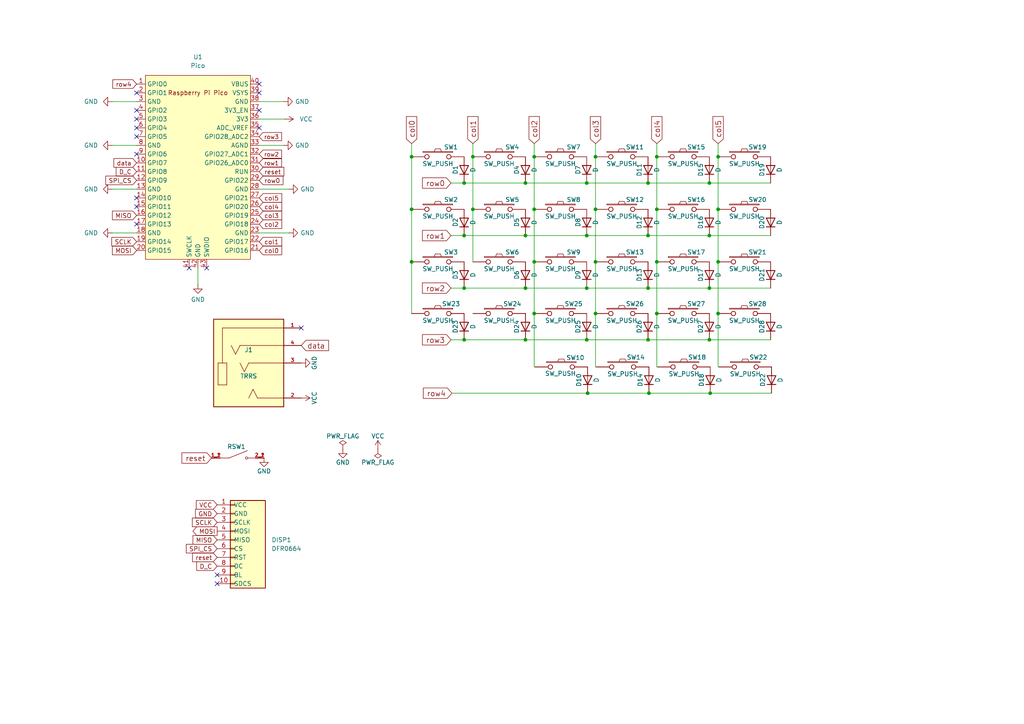
<source format=kicad_sch>
(kicad_sch (version 20250114) (generator "eeschema") (generator_version "9.0")
  (paper "A4")
  (title_block (title "Sandevistan43") (date "2025-06-10") (rev "0.2") (company "islathehut") (comment 1 "Left Side"))
  (lib_symbols
    (symbol "Device:D" (pin_numbers (hide yes)) (pin_names (offset 1.016) (hide yes))
      (property "Reference" "D" (at 0 2.54 0))
      (property "Value" "D" (at 0 -2.54 0))
      (symbol "D_0_1"
        (polyline (pts (xy -1.27 1.27) (xy -1.27 -1.27)) (stroke (width 0.254)))
        (polyline (pts (xy 1.27 1.27) (xy 1.27 -1.27) (xy -1.27 0) (xy 1.27 1.27)) (stroke (width 0.254)))
        (polyline (pts (xy 1.27 0) (xy -1.27 0)))
      )
      (symbol "D_1_1"
        (pin passive line (at -3.81 0 0) (length 2.54) (name "K") (number "1"))
        (pin passive line (at 3.81 0 180) (length 2.54) (name "A") (number "2"))
      )
    )
    (symbol "EVQ-P7C01P:EVQ-P7C01P" (pin_names (offset 1.016))
      (property "Reference" "S" (at -2.54 2.54 0))
      (property "Value" "EVQ-P7C01P" (at -2.54 -2.54 0))
      (symbol "EVQ-P7C01P_0_0"
        (polyline (pts (xy -2.54 0) (xy -5.08 0)) (stroke (width 0.1524)))
        (polyline (pts (xy -2.54 0) (xy 2.794 2.1336)) (stroke (width 0.1524)))
        (circle (center 2.54 0) (radius 0.3302) (stroke (width 0.1524)))
        (polyline (pts (xy 5.08 0) (xy 2.921 0)) (stroke (width 0.1524)))
        (pin passive line (at -7.62 0 0) (length 2.54) (name "~") (number "1_1"))
        (pin passive line (at -7.62 0 0) (length 2.54) (name "~") (number "1_2"))
        (pin passive line (at 7.62 0 180) (length 2.54) (name "~") (number "2_1"))
        (pin passive line (at 7.62 0 180) (length 2.54) (name "~") (number "2_2"))
      )
    )
    (symbol "GND_1" (power) (pin_numbers (hide yes)) (pin_names (offset 0) (hide yes))
      (property "Value" "GND" (at 0 -3.81 0))
      (symbol "GND_1_0_1"
        (polyline (pts (xy 0 0) (xy 0 -1.27) (xy 1.27 -1.27) (xy 0 -2.54) (xy -1.27 -1.27) (xy 0 -1.27)))
      )
      (symbol "GND_1_1_1"
        (pin power_in line (at 0 0 270) (length 0) (name "~") (number "1"))
      )
    )
    (symbol "MCU_RaspberryPi_and_Boards:Pico"
      (property "Reference" "U" (at -13.97 27.94 0))
      (property "Value" "Pico" (at 0 19.05 0))
      (symbol "Pico_0_0"
        (text "Raspberry Pi Pico" (at 0 21.59 0) (effects (font (size 1.27 1.27))))
      )
      (symbol "Pico_0_1"
        (rectangle (start -15.24 26.67) (end 15.24 -26.67) (fill (type background)))
      )
      (symbol "Pico_1_1"
        (pin bidirectional line (at -17.78 24.13 0) (length 2.54) (name "GPIO0") (number "1"))
        (pin bidirectional line (at -17.78 21.59 0) (length 2.54) (name "GPIO1") (number "2"))
        (pin power_in line (at -17.78 19.05 0) (length 2.54) (name "GND") (number "3"))
        (pin bidirectional line (at -17.78 16.51 0) (length 2.54) (name "GPIO2") (number "4"))
        (pin bidirectional line (at -17.78 13.97 0) (length 2.54) (name "GPIO3") (number "5"))
        (pin bidirectional line (at -17.78 11.43 0) (length 2.54) (name "GPIO4") (number "6"))
        (pin bidirectional line (at -17.78 8.89 0) (length 2.54) (name "GPIO5") (number "7"))
        (pin power_in line (at -17.78 6.35 0) (length 2.54) (name "GND") (number "8"))
        (pin bidirectional line (at -17.78 3.81 0) (length 2.54) (name "GPIO6") (number "9"))
        (pin bidirectional line (at -17.78 1.27 0) (length 2.54) (name "GPIO7") (number "10"))
        (pin bidirectional line (at -17.78 -1.27 0) (length 2.54) (name "GPIO8") (number "11"))
        (pin bidirectional line (at -17.78 -3.81 0) (length 2.54) (name "GPIO9") (number "12"))
        (pin power_in line (at -17.78 -6.35 0) (length 2.54) (name "GND") (number "13"))
        (pin bidirectional line (at -17.78 -8.89 0) (length 2.54) (name "GPIO10") (number "14"))
        (pin bidirectional line (at -17.78 -11.43 0) (length 2.54) (name "GPIO11") (number "15"))
        (pin bidirectional line (at -17.78 -13.97 0) (length 2.54) (name "GPIO12") (number "16"))
        (pin bidirectional line (at -17.78 -16.51 0) (length 2.54) (name "GPIO13") (number "17"))
        (pin power_in line (at -17.78 -19.05 0) (length 2.54) (name "GND") (number "18"))
        (pin bidirectional line (at -17.78 -21.59 0) (length 2.54) (name "GPIO14") (number "19"))
        (pin bidirectional line (at -17.78 -24.13 0) (length 2.54) (name "GPIO15") (number "20"))
        (pin input line (at -2.54 -29.21 90) (length 2.54) (name "SWCLK") (number "41"))
        (pin power_in line (at 0 -29.21 90) (length 2.54) (name "GND") (number "42"))
        (pin bidirectional line (at 2.54 -29.21 90) (length 2.54) (name "SWDIO") (number "43"))
        (pin power_in line (at 17.78 24.13 180) (length 2.54) (name "VBUS") (number "40"))
        (pin power_in line (at 17.78 21.59 180) (length 2.54) (name "VSYS") (number "39"))
        (pin bidirectional line (at 17.78 19.05 180) (length 2.54) (name "GND") (number "38"))
        (pin input line (at 17.78 16.51 180) (length 2.54) (name "3V3_EN") (number "37"))
        (pin power_in line (at 17.78 13.97 180) (length 2.54) (name "3V3") (number "36"))
        (pin power_in line (at 17.78 11.43 180) (length 2.54) (name "ADC_VREF") (number "35"))
        (pin bidirectional line (at 17.78 8.89 180) (length 2.54) (name "GPIO28_ADC2") (number "34"))
        (pin power_in line (at 17.78 6.35 180) (length 2.54) (name "AGND") (number "33"))
        (pin bidirectional line (at 17.78 3.81 180) (length 2.54) (name "GPIO27_ADC1") (number "32"))
        (pin bidirectional line (at 17.78 1.27 180) (length 2.54) (name "GPIO26_ADC0") (number "31"))
        (pin input line (at 17.78 -1.27 180) (length 2.54) (name "RUN") (number "30"))
        (pin bidirectional line (at 17.78 -3.81 180) (length 2.54) (name "GPIO22") (number "29"))
        (pin power_in line (at 17.78 -6.35 180) (length 2.54) (name "GND") (number "28"))
        (pin bidirectional line (at 17.78 -8.89 180) (length 2.54) (name "GPIO21") (number "27"))
        (pin bidirectional line (at 17.78 -11.43 180) (length 2.54) (name "GPIO20") (number "26"))
        (pin bidirectional line (at 17.78 -13.97 180) (length 2.54) (name "GPIO19") (number "25"))
        (pin bidirectional line (at 17.78 -16.51 180) (length 2.54) (name "GPIO18") (number "24"))
        (pin power_in line (at 17.78 -19.05 180) (length 2.54) (name "GND") (number "23"))
        (pin bidirectional line (at 17.78 -21.59 180) (length 2.54) (name "GPIO17") (number "22"))
        (pin bidirectional line (at 17.78 -24.13 180) (length 2.54) (name "GPIO16") (number "21"))
      )
    )
    (symbol "SJ2-35954A-SMT-TR:SJ2-35954A-SMT-TR" (pin_names (offset 1.016))
      (property "Reference" "J" (at -10.1741 15.2612 0))
      (property "Value" "SJ2-35954A-SMT-TR" (at -10.1738 -17.8041 0))
      (symbol "SJ2-35954A-SMT-TR_0_0"
        (rectangle (start -10.16 -12.7) (end 10.16 12.7) (stroke (width 0.254)) (fill (type background)))
        (polyline (pts (xy -8.89 0) (xy -7.62 0)) (stroke (width 0.1524)))
        (polyline (pts (xy -8.89 -6.35) (xy -8.89 0)) (stroke (width 0.1524)))
        (polyline (pts (xy -7.62 10.16) (xy -7.62 0)) (stroke (width 0.1524)))
        (polyline (pts (xy -7.62 0) (xy -6.35 0)) (stroke (width 0.1524)))
        (polyline (pts (xy -6.35 0) (xy -6.35 -6.35)) (stroke (width 0.1524)))
        (polyline (pts (xy -6.35 -6.35) (xy -8.89 -6.35)) (stroke (width 0.1524)))
        (polyline (pts (xy -3.81 2.54) (xy -5.08 5.08)) (stroke (width 0.1524)))
        (polyline (pts (xy -2.54 5.08) (xy -3.81 2.54)) (stroke (width 0.1524)))
        (polyline (pts (xy -1.27 -2.54) (xy -2.54 0)) (stroke (width 0.1524)))
        (polyline (pts (xy 0 0) (xy -1.27 -2.54)) (stroke (width 0.1524)))
        (polyline (pts (xy 1.27 -7.62) (xy 0 -10.16)) (stroke (width 0.1524)))
        (polyline (pts (xy 2.54 -10.16) (xy 1.27 -7.62)) (stroke (width 0.1524)))
        (polyline (pts (xy 10.16 10.16) (xy -7.62 10.16)) (stroke (width 0.1524)))
        (polyline (pts (xy 10.16 5.08) (xy -2.54 5.08)) (stroke (width 0.1524)))
        (polyline (pts (xy 10.16 0) (xy 0 0)) (stroke (width 0.1524)))
        (polyline (pts (xy 10.16 -10.16) (xy 2.54 -10.16)) (stroke (width 0.1524)))
        (pin passive line (at 15.24 10.16 180) (length 5.08) (name "~") (number "1"))
        (pin passive line (at 15.24 5.08 180) (length 5.08) (name "~") (number "4"))
        (pin passive line (at 15.24 0 180) (length 5.08) (name "~") (number "3"))
        (pin passive line (at 15.24 -10.16 180) (length 5.08) (name "~") (number "2"))
      )
    )
    (symbol "SW_PUSH_1" (pin_numbers (hide yes)) (pin_names (offset 1.016) (hide yes))
      (property "Reference" "SW" (at 3.81 2.794 0))
      (property "Value" "SW_PUSH" (at 0 -2.032 0))
      (symbol "SW_PUSH_1_0_1"
        (rectangle (start -4.318 1.27) (end 4.318 1.524))
        (polyline (pts (xy -1.016 1.524) (xy -0.762 2.286) (xy 0.762 2.286) (xy 1.016 1.524)))
        (pin passive inverted (at -7.62 0 0) (length 5.08) (name "1") (number "1"))
        (pin passive inverted (at 7.62 0 180) (length 5.08) (name "2") (number "2"))
      )
    )
    (symbol "VCC_1" (power) (pin_numbers (hide yes)) (pin_names (offset 0) (hide yes))
      (property "Value" "VCC" (at 0 3.556 0))
      (symbol "VCC_1_0_1"
        (polyline (pts (xy -0.762 1.27) (xy 0 2.54)))
        (polyline (pts (xy 0 2.54) (xy 0.762 1.27)))
        (polyline (pts (xy 0 0) (xy 0 2.54)))
      )
      (symbol "VCC_1_1_1"
        (pin power_in line (at 0 0 90) (length 0) (name "~") (number "1"))
      )
    )
    (symbol "isla-kbd:DFR0664" (pin_names (offset 1.016))
      (property "Reference" "DISP" (at 0 12.7 0))
      (property "Value" "DFR0664" (at 0 -15.24 0))
      (symbol "DFR0664_1_1"
        (rectangle (start -1.27 11.43) (end 8.89 -13.97) (stroke (width 0.254)) (fill (type background)))
        (rectangle (start -1.27 10.287) (end 0 10.033) (stroke (width 0.1524)))
        (rectangle (start -1.27 7.747) (end 0 7.493) (stroke (width 0.1524)))
        (rectangle (start -1.27 5.207) (end 0 4.953) (stroke (width 0.1524)))
        (rectangle (start -1.27 2.667) (end 0 2.413) (stroke (width 0.1524)))
        (rectangle (start -1.27 0.127) (end 0 -0.127) (stroke (width 0.1524)))
        (rectangle (start -1.27 -2.413) (end 0 -2.667) (stroke (width 0.1524)))
        (rectangle (start -1.27 -4.953) (end 0 -5.207) (stroke (width 0.1524)))
        (rectangle (start -1.27 -7.493) (end 0 -7.747) (stroke (width 0.1524)))
        (rectangle (start -1.27 -10.033) (end 0 -10.287) (stroke (width 0.1524)))
        (rectangle (start -1.27 -12.573) (end 0 -12.827) (stroke (width 0.1524)))
        (pin power_in line (at -5.08 10.16 0) (length 3.81) (name "VCC") (number "1"))
        (pin power_out line (at -5.08 7.62 0) (length 3.81) (name "GND") (number "2"))
        (pin input line (at -5.08 5.08 0) (length 3.81) (name "SCLK") (number "3"))
        (pin output line (at -5.08 2.54 0) (length 3.81) (name "MOSI") (number "4"))
        (pin input line (at -5.08 0 0) (length 3.81) (name "MISO") (number "5"))
        (pin input line (at -5.08 -2.54 0) (length 3.81) (name "CS") (number "6"))
        (pin input line (at -5.08 -5.08 0) (length 3.81) (name "RST") (number "7"))
        (pin input line (at -5.08 -7.62 0) (length 3.81) (name "DC") (number "8"))
        (pin input line (at -5.08 -10.16 0) (length 3.81) (name "BL") (number "9"))
        (pin input line (at -5.08 -12.7 0) (length 3.81) (name "SDCS") (number "10"))
      )
    )
    (symbol "kbd:SW_PUSH" (pin_numbers (hide yes)) (pin_names (offset 1.016) (hide yes))
      (property "Reference" "SW" (at 3.81 2.794 0))
      (property "Value" "SW_PUSH" (at 0 -2.032 0))
      (symbol "SW_PUSH_0_1"
        (rectangle (start -4.318 1.27) (end 4.318 1.524))
        (polyline (pts (xy -1.016 1.524) (xy -0.762 2.286) (xy 0.762 2.286) (xy 1.016 1.524)))
        (pin passive inverted (at -7.62 0 0) (length 5.08) (name "1") (number "1"))
        (pin passive inverted (at 7.62 0 180) (length 5.08) (name "2") (number "2"))
      )
    )
    (symbol "power:GND" (power) (pin_names (offset 0))
      (property "Value" "GND" (at 0 -3.81 0))
      (symbol "GND_0_1"
        (polyline (pts (xy 0 0) (xy 0 -1.27) (xy 1.27 -1.27) (xy 0 -2.54) (xy -1.27 -1.27) (xy 0 -1.27)))
      )
      (symbol "GND_1_1"
        (pin power_in line (at 0 0 270) (length 0) (hide yes) (name "GND") (number "1"))
      )
    )
    (symbol "power:PWR_FLAG" (power) (pin_numbers (hide yes)) (pin_names (offset 0) (hide yes))
      (property "Value" "PWR_FLAG" (at 0 3.81 0))
      (symbol "PWR_FLAG_0_0"
        (pin power_out line (at 0 0 90) (length 0) (name "pwr") (number "1"))
      )
      (symbol "PWR_FLAG_0_1"
        (polyline (pts (xy 0 0) (xy 0 1.27) (xy -1.016 1.905) (xy 0 2.54) (xy 1.016 1.905) (xy 0 1.27)))
      )
    )
    (symbol "power:VCC" (power) (pin_names (offset 0))
      (property "Value" "VCC" (at 0 3.81 0))
      (symbol "VCC_0_1"
        (polyline (pts (xy -0.762 1.27) (xy 0 2.54)))
        (polyline (pts (xy 0 2.54) (xy 0.762 1.27)))
        (polyline (pts (xy 0 0) (xy 0 2.54)))
      )
      (symbol "VCC_1_1"
        (pin power_in line (at 0 0 90) (length 0) (hide yes) (name "VCC") (number "1"))
      )
    )
  )
  (junction (at 170.18 53.086))
  (junction (at 154.94 60.706))
  (junction (at 187.96 83.566))
  (junction (at 190.5 75.946))
  (junction (at 208.28 90.932))
  (junction (at 190.5 90.932))
  (junction (at 205.74 68.326))
  (junction (at 205.74 53.086))
  (junction (at 154.94 90.932))
  (junction (at 154.94 75.946))
  (junction (at 172.72 90.932))
  (junction (at 170.18 83.566))
  (junction (at 205.74 83.566))
  (junction (at 170.18 98.552))
  (junction (at 137.16 60.706))
  (junction (at 187.96 53.086))
  (junction (at 208.28 45.466))
  (junction (at 134.62 83.566))
  (junction (at 188.214 114.046))
  (junction (at 187.96 68.326))
  (junction (at 172.72 60.706))
  (junction (at 172.72 45.466))
  (junction (at 134.62 68.326))
  (junction (at 134.62 98.552))
  (junction (at 134.62 53.086))
  (junction (at 172.72 75.946))
  (junction (at 190.5 45.466))
  (junction (at 208.28 60.706))
  (junction (at 137.16 45.466))
  (junction (at 152.4 98.552))
  (junction (at 154.94 45.466))
  (junction (at 119.38 60.706))
  (junction (at 205.74 98.552))
  (junction (at 205.994 114.046))
  (junction (at 152.4 68.326))
  (junction (at 119.38 45.466))
  (junction (at 170.434 114.046))
  (junction (at 119.38 75.946))
  (junction (at 170.18 68.326))
  (junction (at 187.96 98.552))
  (junction (at 190.5 60.706))
  (junction (at 152.4 83.566))
  (junction (at 208.28 75.946))
  (junction (at 152.4 53.086))
  (no_connect (at 62.992 169.291))
  (no_connect (at 87.376 95.123))
  (no_connect (at 39.624 37.084))
  (no_connect (at 39.624 65.024))
  (no_connect (at 75.184 24.384))
  (no_connect (at 75.184 32.004))
  (no_connect (at 75.184 37.084))
  (no_connect (at 39.624 34.544))
  (no_connect (at 54.864 77.724))
  (no_connect (at 39.624 44.704))
  (no_connect (at 75.184 26.924))
  (no_connect (at 62.992 166.751))
  (no_connect (at 59.944 77.724))
  (no_connect (at 39.624 39.624))
  (no_connect (at 39.624 32.004))
  (no_connect (at 39.624 57.404))
  (no_connect (at 39.624 59.944))
  (no_connect (at 39.624 26.924))
  (wire (pts (xy 119.38 41.656) (xy 119.38 45.466)))
  (wire (pts (xy 134.62 53.086) (xy 152.4 53.086)))
  (wire (pts (xy 205.74 68.326) (xy 223.52 68.326)))
  (wire (pts (xy 119.38 45.466) (xy 119.38 60.706)))
  (wire (pts (xy 190.5 45.466) (xy 190.5 60.706)))
  (wire (pts (xy 205.994 114.046) (xy 223.774 114.046)))
  (wire (pts (xy 170.434 114.046) (xy 188.214 114.046)))
  (wire (pts (xy 152.4 83.566) (xy 170.18 83.566)))
  (wire (pts (xy 134.62 83.566) (xy 152.4 83.566)))
  (wire (pts (xy 190.5 90.932) (xy 190.5 75.946)))
  (wire (pts (xy 190.5 106.426) (xy 190.754 106.426)))
  (wire (pts (xy 172.72 90.932) (xy 172.72 106.426)))
  (wire (pts (xy 154.94 45.466) (xy 154.94 60.706)))
  (wire (pts (xy 130.81 53.086) (xy 134.62 53.086)))
  (wire (pts (xy 205.74 83.566) (xy 223.52 83.566)))
  (wire (pts (xy 172.72 106.426) (xy 172.974 106.426)))
  (wire (pts (xy 152.4 68.326) (xy 170.18 68.326)))
  (wire (pts (xy 208.28 106.426) (xy 208.534 106.426)))
  (wire (pts (xy 208.28 60.706) (xy 208.28 75.946)))
  (wire (pts (xy 32.512 54.864) (xy 39.624 54.864)))
  (wire (pts (xy 172.72 41.656) (xy 172.72 45.466)))
  (wire (pts (xy 82.55 34.544) (xy 75.184 34.544)))
  (wire (pts (xy 119.38 75.946) (xy 119.38 90.932)))
  (wire (pts (xy 57.404 82.55) (xy 57.404 77.724)))
  (wire (pts (xy 137.16 60.706) (xy 137.16 75.946)))
  (wire (pts (xy 134.62 98.552) (xy 152.4 98.552)))
  (wire (pts (xy 152.4 53.086) (xy 170.18 53.086)))
  (wire (pts (xy 187.96 53.086) (xy 205.74 53.086)))
  (wire (pts (xy 32.512 29.464) (xy 39.624 29.464)))
  (wire (pts (xy 32.512 67.564) (xy 39.624 67.564)))
  (wire (pts (xy 154.94 106.426) (xy 155.194 106.426)))
  (wire (pts (xy 131.064 114.046) (xy 170.434 114.046)))
  (wire (pts (xy 188.214 114.046) (xy 205.994 114.046)))
  (wire (pts (xy 170.18 98.552) (xy 187.96 98.552)))
  (wire (pts (xy 172.72 90.932) (xy 172.72 75.946)))
  (wire (pts (xy 152.4 98.552) (xy 170.18 98.552)))
  (wire (pts (xy 83.82 54.864) (xy 75.184 54.864)))
  (wire (pts (xy 82.296 42.164) (xy 75.184 42.164)))
  (wire (pts (xy 205.74 53.086) (xy 223.52 53.086)))
  (wire (pts (xy 172.72 45.466) (xy 172.72 60.706)))
  (wire (pts (xy 134.62 68.326) (xy 152.4 68.326)))
  (wire (pts (xy 154.94 60.706) (xy 154.94 75.946)))
  (wire (pts (xy 137.16 45.466) (xy 137.16 60.706)))
  (wire (pts (xy 83.82 67.564) (xy 75.184 67.564)))
  (wire (pts (xy 32.512 42.164) (xy 39.624 42.164)))
  (wire (pts (xy 137.16 41.656) (xy 137.16 45.466)))
  (wire (pts (xy 119.38 60.706) (xy 119.38 75.946)))
  (wire (pts (xy 170.18 53.086) (xy 187.96 53.086)))
  (wire (pts (xy 208.28 90.932) (xy 208.28 75.946)))
  (wire (pts (xy 190.5 90.932) (xy 190.5 106.426)))
  (wire (pts (xy 130.81 98.552) (xy 134.62 98.552)))
  (wire (pts (xy 154.94 90.932) (xy 154.94 75.946)))
  (wire (pts (xy 172.72 60.706) (xy 172.72 75.946)))
  (wire (pts (xy 190.5 41.656) (xy 190.5 45.466)))
  (wire (pts (xy 130.81 83.566) (xy 134.62 83.566)))
  (wire (pts (xy 187.96 98.552) (xy 205.74 98.552)))
  (wire (pts (xy 187.96 83.566) (xy 205.74 83.566)))
  (wire (pts (xy 170.18 83.566) (xy 187.96 83.566)))
  (wire (pts (xy 130.81 68.326) (xy 134.62 68.326)))
  (wire (pts (xy 82.296 29.464) (xy 75.184 29.464)))
  (wire (pts (xy 154.94 41.656) (xy 154.94 45.466)))
  (wire (pts (xy 208.28 45.466) (xy 208.28 60.706)))
  (wire (pts (xy 190.5 60.706) (xy 190.5 75.946)))
  (wire (pts (xy 154.94 90.932) (xy 154.94 106.426)))
  (wire (pts (xy 170.18 68.326) (xy 187.96 68.326)))
  (wire (pts (xy 205.74 98.552) (xy 223.52 98.552)))
  (wire (pts (xy 187.96 68.326) (xy 205.74 68.326)))
  (wire (pts (xy 208.28 90.932) (xy 208.28 106.426)))
  (wire (pts (xy 208.28 41.656) (xy 208.28 45.466)))
  (global_label "col0" (shape input) (at 119.38 41.656 90) (effects (font (size 1.524 1.524))) (property "Intersheetrefs" "${INTERSHEET_REFS}" (effects (hide yes))))
  (global_label "SPI_CS" (shape input) (at 62.992 159.131 180) (property "Intersheetrefs" "${INTERSHEET_REFS}" (effects (hide yes))))
  (global_label "row3" (shape input) (at 75.184 39.624 0) (effects (font (size 1.1938 1.1938))) (property "Intersheetrefs" "${INTERSHEET_REFS}" (effects (hide yes))))
  (global_label "reset" (shape input) (at 61.341 132.842 180) (effects (font (size 1.524 1.524))) (property "Intersheetrefs" "${INTERSHEET_REFS}" (effects (hide yes))))
  (global_label "col1" (shape input) (at 137.16 41.656 90) (effects (font (size 1.524 1.524))) (property "Intersheetrefs" "${INTERSHEET_REFS}" (effects (hide yes))))
  (global_label "row0" (shape input) (at 130.81 53.086 180) (effects (font (size 1.524 1.524))) (property "Intersheetrefs" "${INTERSHEET_REFS}" (effects (hide yes))))
  (global_label "row3" (shape input) (at 130.81 98.552 180) (effects (font (size 1.524 1.524))) (property "Intersheetrefs" "${INTERSHEET_REFS}" (effects (hide yes))))
  (global_label "data" (shape input) (at 39.624 47.244 180) (property "Intersheetrefs" "${INTERSHEET_REFS}" (effects (hide yes))))
  (global_label "row1" (shape input) (at 75.184 47.244 0) (effects (font (size 1.1938 1.1938))) (property "Intersheetrefs" "${INTERSHEET_REFS}" (effects (hide yes))))
  (global_label "col0" (shape input) (at 75.184 72.644 0) (property "Intersheetrefs" "${INTERSHEET_REFS}" (effects (hide yes))))
  (global_label "col5" (shape input) (at 75.184 57.404 0) (property "Intersheetrefs" "${INTERSHEET_REFS}" (effects (hide yes))))
  (global_label "row2" (shape input) (at 130.81 83.566 180) (effects (font (size 1.524 1.524))) (property "Intersheetrefs" "${INTERSHEET_REFS}" (effects (hide yes))))
  (global_label "col4" (shape input) (at 75.184 59.944 0) (property "Intersheetrefs" "${INTERSHEET_REFS}" (effects (hide yes))))
  (global_label "VCC" (shape input) (at 62.992 146.431 180) (property "Intersheetrefs" "${INTERSHEET_REFS}" (effects (hide yes))))
  (global_label "reset" (shape input) (at 62.992 161.671 180) (property "Intersheetrefs" "${INTERSHEET_REFS}" (effects (hide yes))))
  (global_label "MISO" (shape input) (at 62.992 156.591 180) (property "Intersheetrefs" "${INTERSHEET_REFS}" (effects (hide yes))))
  (global_label "MISO" (shape input) (at 39.624 62.484 180) (property "Intersheetrefs" "${INTERSHEET_REFS}" (effects (hide yes))))
  (global_label "row4" (shape input) (at 39.624 24.384 180) (property "Intersheetrefs" "${INTERSHEET_REFS}" (effects (hide yes))))
  (global_label "row1" (shape input) (at 130.81 68.326 180) (effects (font (size 1.524 1.524))) (property "Intersheetrefs" "${INTERSHEET_REFS}" (effects (hide yes))))
  (global_label "col2" (shape input) (at 154.94 41.656 90) (effects (font (size 1.524 1.524))) (property "Intersheetrefs" "${INTERSHEET_REFS}" (effects (hide yes))))
  (global_label "col5" (shape input) (at 208.28 41.656 90) (effects (font (size 1.524 1.524))) (property "Intersheetrefs" "${INTERSHEET_REFS}" (effects (hide yes))))
  (global_label "SCLK" (shape input) (at 39.624 70.104 180) (property "Intersheetrefs" "${INTERSHEET_REFS}" (effects (hide yes))))
  (global_label "D_C" (shape input) (at 62.992 164.211 180) (property "Intersheetrefs" "${INTERSHEET_REFS}" (effects (hide yes))))
  (global_label "row4" (shape input) (at 131.064 114.046 180) (effects (font (size 1.524 1.524))) (property "Intersheetrefs" "${INTERSHEET_REFS}" (effects (hide yes))))
  (global_label "col4" (shape input) (at 190.5 41.656 90) (effects (font (size 1.524 1.524))) (property "Intersheetrefs" "${INTERSHEET_REFS}" (effects (hide yes))))
  (global_label "GND" (shape input) (at 62.992 148.971 180) (property "Intersheetrefs" "${INTERSHEET_REFS}" (effects (hide yes))))
  (global_label "D_C" (shape input) (at 39.624 49.784 180) (property "Intersheetrefs" "${INTERSHEET_REFS}" (effects (hide yes))))
  (global_label "col2" (shape input) (at 75.184 65.024 0) (property "Intersheetrefs" "${INTERSHEET_REFS}" (effects (hide yes))))
  (global_label "row0" (shape input) (at 75.184 52.324 0) (property "Intersheetrefs" "${INTERSHEET_REFS}" (effects (hide yes))))
  (global_label "col1" (shape input) (at 75.184 70.104 0) (property "Intersheetrefs" "${INTERSHEET_REFS}" (effects (hide yes))))
  (global_label "reset" (shape input) (at 75.184 49.784 0) (property "Intersheetrefs" "${INTERSHEET_REFS}" (effects (hide yes))))
  (global_label "MOSI" (shape input) (at 39.624 72.644 180) (property "Intersheetrefs" "${INTERSHEET_REFS}" (effects (hide yes))))
  (global_label "row2" (shape input) (at 75.184 44.704 0) (effects (font (size 1.1938 1.1938))) (property "Intersheetrefs" "${INTERSHEET_REFS}" (effects (hide yes))))
  (global_label "col3" (shape input) (at 75.184 62.484 0) (property "Intersheetrefs" "${INTERSHEET_REFS}" (effects (hide yes))))
  (global_label "SPI_CS" (shape input) (at 39.624 52.324 180) (property "Intersheetrefs" "${INTERSHEET_REFS}" (effects (hide yes))))
  (global_label "col3" (shape input) (at 172.72 41.656 90) (effects (font (size 1.524 1.524))) (property "Intersheetrefs" "${INTERSHEET_REFS}" (effects (hide yes))))
  (global_label "SCLK" (shape input) (at 62.992 151.511 180) (property "Intersheetrefs" "${INTERSHEET_REFS}" (effects (hide yes))))
  (global_label "data" (shape input) (at 87.376 100.203 0) (effects (font (size 1.524 1.524))) (property "Intersheetrefs" "${INTERSHEET_REFS}" (effects (hide yes))))
  (global_label "MOSI" (shape output) (at 62.992 154.051 180) (property "Intersheetrefs" "${INTERSHEET_REFS}" (effects (hide yes))))
  (symbol (lib_id "kbd:SW_PUSH") (at 144.78 45.466 0) (unit 1)
    (property "Reference" "SW4" (at 148.59 42.672 0))
    (property "Value" "SW_PUSH" (at 144.78 47.498 0))
    (property "Footprint" "Library:Universal Switch Footprint (1u)" (effects (hide yes)))
  )
  (symbol (lib_id "Device:D") (at 152.4 49.276 90) (unit 1)
    (property "Reference" "D4" (at 149.86 49.276 0))
    (property "Value" "D" (at 154.94 49.276 0))
    (property "Footprint" "Library:TH 1N4148 Diode (long)" (effects (hide yes)))
    (property "Description" "Diode" (effects (hide yes)))
    (property "Sim.Device" "D" (effects (hide yes)))
    (property "Sim.Pins" "1=K 2=A" (effects (hide yes)))
  )
  (symbol (lib_id "kbd:SW_PUSH") (at 162.56 45.466 0) (unit 1)
    (property "Reference" "SW7" (at 166.37 42.672 0))
    (property "Value" "SW_PUSH" (at 162.56 47.498 0))
    (property "Footprint" "Library:Universal Switch Footprint (1u)" (effects (hide yes)))
  )
  (symbol (lib_id "Device:D") (at 170.18 49.276 90) (unit 1)
    (property "Reference" "D7" (at 167.64 49.276 0))
    (property "Value" "D" (at 172.72 49.276 0))
    (property "Footprint" "Library:TH 1N4148 Diode (long)" (effects (hide yes)))
    (property "Description" "Diode" (effects (hide yes)))
    (property "Sim.Device" "D" (effects (hide yes)))
    (property "Sim.Pins" "1=K 2=A" (effects (hide yes)))
  )
  (symbol (lib_id "kbd:SW_PUSH") (at 180.34 45.466 0) (unit 1)
    (property "Reference" "SW11" (at 184.15 42.672 0))
    (property "Value" "SW_PUSH" (at 180.34 47.498 0))
    (property "Footprint" "Library:Universal Switch Footprint (1u)" (effects (hide yes)))
  )
  (symbol (lib_id "kbd:SW_PUSH") (at 198.12 45.466 0) (unit 1)
    (property "Reference" "SW15" (at 201.93 42.672 0))
    (property "Value" "SW_PUSH" (at 198.12 47.498 0))
    (property "Footprint" "Library:Universal Switch Footprint (1u)" (effects (hide yes)))
  )
  (symbol (lib_id "kbd:SW_PUSH") (at 215.9 45.466 0) (unit 1)
    (property "Reference" "SW19" (at 219.71 42.672 0))
    (property "Value" "SW_PUSH" (at 215.9 47.498 0))
    (property "Footprint" "Library:Universal Switch Footprint (1u)" (effects (hide yes)))
  )
  (symbol (lib_id "Device:D") (at 187.96 49.276 90) (unit 1)
    (property "Reference" "D11" (at 185.42 49.276 0))
    (property "Value" "D" (at 190.5 49.276 0))
    (property "Footprint" "Library:TH 1N4148 Diode (long)" (effects (hide yes)))
    (property "Description" "Diode" (effects (hide yes)))
    (property "Sim.Device" "D" (effects (hide yes)))
    (property "Sim.Pins" "1=K 2=A" (effects (hide yes)))
  )
  (symbol (lib_id "Device:D") (at 205.74 49.276 90) (unit 1)
    (property "Reference" "D15" (at 203.2 49.276 0))
    (property "Value" "D" (at 208.28 49.276 0))
    (property "Footprint" "Library:TH 1N4148 Diode (long)" (effects (hide yes)))
    (property "Description" "Diode" (effects (hide yes)))
    (property "Sim.Device" "D" (effects (hide yes)))
    (property "Sim.Pins" "1=K 2=A" (effects (hide yes)))
  )
  (symbol (lib_id "Device:D") (at 223.52 49.276 90) (unit 1)
    (property "Reference" "D19" (at 220.98 49.276 0))
    (property "Value" "D" (at 226.06 49.276 0))
    (property "Footprint" "Library:TH 1N4148 Diode (long)" (effects (hide yes)))
    (property "Description" "Diode" (effects (hide yes)))
    (property "Sim.Device" "D" (effects (hide yes)))
    (property "Sim.Pins" "1=K 2=A" (effects (hide yes)))
  )
  (symbol (lib_id "kbd:SW_PUSH") (at 127 45.466 0) (unit 1)
    (property "Reference" "SW1" (at 130.81 42.672 0))
    (property "Value" "SW_PUSH" (at 127 47.498 0))
    (property "Footprint" "Library:Universal Switch Footprint (1u)" (effects (hide yes)))
  )
  (symbol (lib_id "Device:D") (at 134.62 49.276 90) (unit 1)
    (property "Reference" "D1" (at 132.08 49.276 0))
    (property "Value" "D" (at 137.16 49.276 0))
    (property "Footprint" "Library:TH 1N4148 Diode (long)" (effects (hide yes)))
    (property "Description" "Diode" (effects (hide yes)))
    (property "Sim.Device" "D" (effects (hide yes)))
    (property "Sim.Pins" "1=K 2=A" (effects (hide yes)))
  )
  (symbol (lib_id "kbd:SW_PUSH") (at 144.78 60.706 0) (unit 1)
    (property "Reference" "SW5" (at 148.59 57.912 0))
    (property "Value" "SW_PUSH" (at 144.78 62.738 0))
    (property "Footprint" "Library:Universal Switch Footprint (1u)" (effects (hide yes)))
  )
  (symbol (lib_id "Device:D") (at 152.4 64.516 90) (unit 1)
    (property "Reference" "D5" (at 149.86 64.516 0))
    (property "Value" "D" (at 154.94 64.516 0))
    (property "Footprint" "Library:TH 1N4148 Diode (long)" (effects (hide yes)))
    (property "Description" "Diode" (effects (hide yes)))
    (property "Sim.Device" "D" (effects (hide yes)))
    (property "Sim.Pins" "1=K 2=A" (effects (hide yes)))
  )
  (symbol (lib_id "kbd:SW_PUSH") (at 162.56 60.706 0) (unit 1)
    (property "Reference" "SW8" (at 166.37 57.912 0))
    (property "Value" "SW_PUSH" (at 162.56 62.738 0))
    (property "Footprint" "Library:Universal Switch Footprint (1u)" (effects (hide yes)))
  )
  (symbol (lib_id "Device:D") (at 170.18 64.516 90) (unit 1)
    (property "Reference" "D8" (at 167.64 64.516 0))
    (property "Value" "D" (at 172.72 64.516 0))
    (property "Footprint" "Library:TH 1N4148 Diode (long)" (effects (hide yes)))
    (property "Description" "Diode" (effects (hide yes)))
    (property "Sim.Device" "D" (effects (hide yes)))
    (property "Sim.Pins" "1=K 2=A" (effects (hide yes)))
  )
  (symbol (lib_id "kbd:SW_PUSH") (at 180.34 60.706 0) (unit 1)
    (property "Reference" "SW12" (at 184.15 57.912 0))
    (property "Value" "SW_PUSH" (at 180.34 62.738 0))
    (property "Footprint" "Library:Universal Switch Footprint (1u)" (effects (hide yes)))
  )
  (symbol (lib_id "kbd:SW_PUSH") (at 198.12 60.706 0) (unit 1)
    (property "Reference" "SW16" (at 201.93 57.912 0))
    (property "Value" "SW_PUSH" (at 198.12 62.738 0))
    (property "Footprint" "Library:Universal Switch Footprint (1u)" (effects (hide yes)))
  )
  (symbol (lib_id "kbd:SW_PUSH") (at 215.9 60.706 0) (unit 1)
    (property "Reference" "SW20" (at 219.71 57.912 0))
    (property "Value" "SW_PUSH" (at 215.9 62.738 0))
    (property "Footprint" "Library:Universal Switch Footprint (1u)" (effects (hide yes)))
  )
  (symbol (lib_id "Device:D") (at 187.96 64.516 90) (unit 1)
    (property "Reference" "D12" (at 185.42 64.516 0))
    (property "Value" "D" (at 190.5 64.516 0))
    (property "Footprint" "Library:TH 1N4148 Diode (long)" (effects (hide yes)))
    (property "Description" "Diode" (effects (hide yes)))
    (property "Sim.Device" "D" (effects (hide yes)))
    (property "Sim.Pins" "1=K 2=A" (effects (hide yes)))
  )
  (symbol (lib_id "Device:D") (at 205.74 64.516 90) (unit 1)
    (property "Reference" "D16" (at 203.2 64.516 0))
    (property "Value" "D" (at 208.28 64.516 0))
    (property "Footprint" "Library:TH 1N4148 Diode (long)" (effects (hide yes)))
    (property "Description" "Diode" (effects (hide yes)))
    (property "Sim.Device" "D" (effects (hide yes)))
    (property "Sim.Pins" "1=K 2=A" (effects (hide yes)))
  )
  (symbol (lib_id "Device:D") (at 223.52 64.516 90) (unit 1)
    (property "Reference" "D20" (at 220.98 64.516 0))
    (property "Value" "D" (at 226.06 64.516 0))
    (property "Footprint" "Library:TH 1N4148 Diode (long)" (effects (hide yes)))
    (property "Description" "Diode" (effects (hide yes)))
    (property "Sim.Device" "D" (effects (hide yes)))
    (property "Sim.Pins" "1=K 2=A" (effects (hide yes)))
  )
  (symbol (lib_id "kbd:SW_PUSH") (at 127 60.706 0) (unit 1)
    (property "Reference" "SW2" (at 130.81 57.912 0))
    (property "Value" "SW_PUSH" (at 127 62.738 0))
    (property "Footprint" "Library:Universal Switch Footprint (1u)" (effects (hide yes)))
  )
  (symbol (lib_id "Device:D") (at 134.62 64.516 90) (unit 1)
    (property "Reference" "D2" (at 132.08 64.516 0))
    (property "Value" "D" (at 137.16 64.516 0))
    (property "Footprint" "Library:TH 1N4148 Diode (long)" (effects (hide yes)))
    (property "Description" "Diode" (effects (hide yes)))
    (property "Sim.Device" "D" (effects (hide yes)))
    (property "Sim.Pins" "1=K 2=A" (effects (hide yes)))
  )
  (symbol (lib_id "kbd:SW_PUSH") (at 144.78 75.946 0) (unit 1)
    (property "Reference" "SW6" (at 148.59 73.152 0))
    (property "Value" "SW_PUSH" (at 144.78 77.978 0))
    (property "Footprint" "Library:Universal Switch Footprint (1u)" (effects (hide yes)))
  )
  (symbol (lib_id "Device:D") (at 152.4 79.756 90) (unit 1)
    (property "Reference" "D6" (at 149.86 79.756 0))
    (property "Value" "D" (at 154.94 79.756 0))
    (property "Footprint" "Library:TH 1N4148 Diode (long)" (effects (hide yes)))
    (property "Description" "Diode" (effects (hide yes)))
    (property "Sim.Device" "D" (effects (hide yes)))
    (property "Sim.Pins" "1=K 2=A" (effects (hide yes)))
  )
  (symbol (lib_id "kbd:SW_PUSH") (at 162.56 75.946 0) (unit 1)
    (property "Reference" "SW9" (at 166.37 73.152 0))
    (property "Value" "SW_PUSH" (at 162.56 77.978 0))
    (property "Footprint" "Library:Universal Switch Footprint (1u)" (effects (hide yes)))
  )
  (symbol (lib_id "Device:D") (at 170.18 79.756 90) (unit 1)
    (property "Reference" "D9" (at 167.64 79.756 0))
    (property "Value" "D" (at 172.72 79.756 0))
    (property "Footprint" "Library:TH 1N4148 Diode (long)" (effects (hide yes)))
    (property "Description" "Diode" (effects (hide yes)))
    (property "Sim.Device" "D" (effects (hide yes)))
    (property "Sim.Pins" "1=K 2=A" (effects (hide yes)))
  )
  (symbol (lib_id "kbd:SW_PUSH") (at 180.34 75.946 0) (unit 1)
    (property "Reference" "SW13" (at 184.15 73.152 0))
    (property "Value" "SW_PUSH" (at 180.34 77.978 0))
    (property "Footprint" "Library:Universal Switch Footprint (1u)" (effects (hide yes)))
  )
  (symbol (lib_id "kbd:SW_PUSH") (at 198.12 75.946 0) (unit 1)
    (property "Reference" "SW17" (at 201.93 73.152 0))
    (property "Value" "SW_PUSH" (at 198.12 77.978 0))
    (property "Footprint" "Library:Universal Switch Footprint (1u)" (effects (hide yes)))
  )
  (symbol (lib_id "kbd:SW_PUSH") (at 215.9 75.946 0) (unit 1)
    (property "Reference" "SW21" (at 219.71 73.152 0))
    (property "Value" "SW_PUSH" (at 215.9 77.978 0))
    (property "Footprint" "Library:Universal Switch Footprint (1u)" (effects (hide yes)))
  )
  (symbol (lib_id "Device:D") (at 187.96 79.756 90) (unit 1)
    (property "Reference" "D13" (at 185.42 79.756 0))
    (property "Value" "D" (at 190.5 79.756 0))
    (property "Footprint" "Library:TH 1N4148 Diode (long)" (effects (hide yes)))
    (property "Description" "Diode" (effects (hide yes)))
    (property "Sim.Device" "D" (effects (hide yes)))
    (property "Sim.Pins" "1=K 2=A" (effects (hide yes)))
  )
  (symbol (lib_id "Device:D") (at 205.74 79.756 90) (unit 1)
    (property "Reference" "D17" (at 203.2 79.756 0))
    (property "Value" "D" (at 208.28 79.756 0))
    (property "Footprint" "Library:TH 1N4148 Diode (long)" (effects (hide yes)))
    (property "Description" "Diode" (effects (hide yes)))
    (property "Sim.Device" "D" (effects (hide yes)))
    (property "Sim.Pins" "1=K 2=A" (effects (hide yes)))
  )
  (symbol (lib_id "Device:D") (at 223.52 79.756 90) (unit 1)
    (property "Reference" "D21" (at 220.98 79.756 0))
    (property "Value" "D" (at 226.06 79.756 0))
    (property "Footprint" "Library:TH 1N4148 Diode (long)" (effects (hide yes)))
    (property "Description" "Diode" (effects (hide yes)))
    (property "Sim.Device" "D" (effects (hide yes)))
    (property "Sim.Pins" "1=K 2=A" (effects (hide yes)))
  )
  (symbol (lib_id "kbd:SW_PUSH") (at 127 75.946 0) (unit 1)
    (property "Reference" "SW3" (at 130.81 73.152 0))
    (property "Value" "SW_PUSH" (at 127 77.978 0))
    (property "Footprint" "Library:Universal Switch Footprint (1u)" (effects (hide yes)))
  )
  (symbol (lib_id "Device:D") (at 134.62 79.756 90) (unit 1)
    (property "Reference" "D3" (at 132.08 79.756 0))
    (property "Value" "D" (at 137.16 79.756 0))
    (property "Footprint" "Library:TH 1N4148 Diode (long)" (effects (hide yes)))
    (property "Description" "Diode" (effects (hide yes)))
    (property "Sim.Device" "D" (effects (hide yes)))
    (property "Sim.Pins" "1=K 2=A" (effects (hide yes)))
  )
  (symbol (lib_id "kbd:SW_PUSH") (at 198.374 106.426 0) (unit 1)
    (property "Reference" "SW18" (at 202.184 103.632 0))
    (property "Value" "SW_PUSH" (at 198.374 108.458 0))
    (property "Footprint" "Library:Universal Switch Footprint (1u)" (effects (hide yes)))
  )
  (symbol (lib_id "Device:D") (at 205.994 110.236 90) (unit 1)
    (property "Reference" "D18" (at 203.454 110.236 0))
    (property "Value" "D" (at 208.534 110.236 0))
    (property "Footprint" "Library:TH 1N4148 Diode (long)" (effects (hide yes)))
    (property "Description" "Diode" (effects (hide yes)))
    (property "Sim.Device" "D" (effects (hide yes)))
    (property "Sim.Pins" "1=K 2=A" (effects (hide yes)))
  )
  (symbol (lib_id "kbd:SW_PUSH") (at 216.154 106.426 0) (unit 1)
    (property "Reference" "SW22" (at 219.964 103.632 0))
    (property "Value" "SW_PUSH" (at 216.154 108.458 0))
    (property "Footprint" "Library:Universal Switch Footprint (1.5u)" (effects (hide yes)))
  )
  (symbol (lib_id "Device:D") (at 223.774 110.236 90) (unit 1)
    (property "Reference" "D22" (at 221.234 110.236 0))
    (property "Value" "D" (at 226.314 110.236 0))
    (property "Footprint" "Library:TH 1N4148 Diode (long)" (effects (hide yes)))
    (property "Description" "Diode" (effects (hide yes)))
    (property "Sim.Device" "D" (effects (hide yes)))
    (property "Sim.Pins" "1=K 2=A" (effects (hide yes)))
  )
  (symbol (lib_id "kbd:SW_PUSH") (at 180.594 106.426 0) (unit 1)
    (property "Reference" "SW14" (at 184.404 103.632 0))
    (property "Value" "SW_PUSH" (at 180.594 108.458 0))
    (property "Footprint" "Library:Universal Switch Footprint (1u)" (effects (hide yes)))
  )
  (symbol (lib_id "Device:D") (at 188.214 110.236 90) (unit 1)
    (property "Reference" "D14" (at 185.674 110.236 0))
    (property "Value" "D" (at 190.754 110.236 0))
    (property "Footprint" "Library:TH 1N4148 Diode (long)" (effects (hide yes)))
    (property "Description" "Diode" (effects (hide yes)))
    (property "Sim.Device" "D" (effects (hide yes)))
    (property "Sim.Pins" "1=K 2=A" (effects (hide yes)))
  )
  (symbol (lib_id "power:GND") (at 99.441 130.302 0) (unit 1)
    (property "Reference" "#PWR07" (effects (hide yes)))
    (property "Value" "GND" (at 99.441 134.112 0))
  )
  (symbol (lib_id "power:VCC") (at 109.601 130.302 0) (unit 1)
    (property "Reference" "#PWR08" (effects (hide yes)))
    (property "Value" "VCC" (at 109.601 126.492 0))
  )
  (symbol (lib_id "power:PWR_FLAG") (at 109.601 130.302 180) (unit 1)
    (property "Reference" "#FLG02" (effects (hide yes)))
    (property "Value" "PWR_FLAG" (at 109.601 134.112 0))
  )
  (symbol (lib_id "power:PWR_FLAG") (at 99.441 130.302 0) (unit 1)
    (property "Reference" "#FLG01" (effects (hide yes)))
    (property "Value" "PWR_FLAG" (at 99.441 126.492 0))
  )
  (symbol (lib_id "EVQ-P7C01P:EVQ-P7C01P") (at 68.961 132.842 0) (unit 1)
    (property "Reference" "RSW1" (at 68.58 129.54 0))
    (property "Value" "SW_PUSH" (effects (hide yes)))
    (property "Footprint" "EVQ-P7C01P:SW_EVQ-P7C01P" (effects (hide yes)))
    (property "PARTREV" "2022.4" (effects (hide yes)))
    (property "STANDARD" "Manufacturer Recommendations" (effects (hide yes)))
    (property "SNAPEDA_PN" "TL6340AF160Q" (effects (hide yes)))
    (property "MAXIMUM_PACKAGE_HEIGHT" "1.35mm" (effects (hide yes)))
    (property "MANUFACTURER" "Panasonic Electronic Components" (effects (hide yes)))
    (property "MF" "Panasonic" (effects (hide yes)))
    (property "Package" "None" (effects (hide yes)))
    (property "Price" "None" (effects (hide yes)))
    (property "Check_prices" "https://www.snapeda.com/parts/EVQP7C01P/Panasonic/view-part/?ref=eda" (effects (hide yes)))
    (property "SnapEDA_Link" "https://www.snapeda.com/parts/EVQP7C01P/Panasonic/view-part/?ref=snap" (effects (hide yes)))
    (property "MP" "EVQP7C01P" (effects (hide yes)))
    (property "Description_1" "TACTILE SW, SPST-NO, 0.05A, 12V, SMD; Product Range:EVQP7 Series; Actuator Orientation:Side Actuated; Switch Mounting:SMD; Actuator Style:Rectangular Button; Actuating Force:220gf; Contact Rating:50mA at 12VDC; Switch Dimensions (L xRoHS Compliant: Yes" (effects (hide yes)))
    (property "Availability" "In Stock" (effects (hide yes)))
  )
  (symbol (lib_id "power:GND") (at 76.581 132.842 0) (unit 1)
    (property "Reference" "#PWR02" (effects (hide yes)))
    (property "Value" "GND" (at 76.581 136.652 0))
  )
  (symbol (lib_id "power:VCC") (at 87.376 115.443 270) (unit 1)
    (property "Reference" "#PWR03" (effects (hide yes)))
    (property "Value" "VCC" (at 91.186 115.443 0))
  )
  (symbol (lib_id "power:GND") (at 87.376 105.283 90) (unit 1)
    (property "Reference" "#PWR04" (effects (hide yes)))
    (property "Value" "GND" (at 91.186 105.283 0))
  )
  (symbol (lib_id "SJ2-35954A-SMT-TR:SJ2-35954A-SMT-TR") (at 72.136 105.283 0) (unit 1)
    (property "Reference" "J1" (at 72.136 101.473 0))
    (property "Value" "TRRS" (at 72.136 109.093 0))
    (property "Footprint" "SJ2 35954A SMT TR:CUI_SJ2-35954A-SMT-TR" (effects (hide yes)))
    (property "MF" "Same Sky" (effects (hide yes)))
    (property "MAXIMUM_PACKAGE_HEIGHT" "5 mm" (effects (hide yes)))
    (property "Package" "None" (effects (hide yes)))
    (property "Price" "None" (effects (hide yes)))
    (property "Check_prices" "https://www.snapeda.com/parts/SJ2-35954A-SMT-TR/Same+Sky/view-part/?ref=eda" (effects (hide yes)))
    (property "STANDARD" "Manufacturer Recommendations" (effects (hide yes)))
    (property "PARTREV" "1.04" (effects (hide yes)))
    (property "SnapEDA_Link" "https://www.snapeda.com/parts/SJ2-35954A-SMT-TR/Same+Sky/view-part/?ref=snap" (effects (hide yes)))
    (property "MP" "SJ2-35954A-SMT-TR" (effects (hide yes)))
    (property "Description_1" "3.5 mm, Stereo, Right Angle, Surface Mount (SMT), 4 Conductors, 0 Internal Switches, Audio Jack Connector" (effects (hide yes)))
    (property "Availability" "In Stock" (effects (hide yes)))
    (property "MANUFACTURER" "CUI Devices" (effects (hide yes)))
  )
  (symbol (lib_name "GND_1") (lib_id "power:GND") (at 32.512 29.464 270) (unit 1)
    (property "Reference" "#PWR010" (effects (hide yes)))
    (property "Value" "GND" (at 28.448 29.4639 90) (effects (justify right)))
    (property "Description" "Power symbol creates a global label with name \"GND\" , ground" (effects (hide yes)))
  )
  (symbol (lib_name "GND_1") (lib_id "power:GND") (at 82.296 29.464 90) (unit 1)
    (property "Reference" "#PWR013" (effects (hide yes)))
    (property "Value" "GND" (at 85.598 29.4639 90) (effects (justify right)))
    (property "Description" "Power symbol creates a global label with name \"GND\" , ground" (effects (hide yes)))
  )
  (symbol (lib_id "Device:D") (at 205.74 94.742 90) (unit 1)
    (property "Reference" "D27" (at 203.2 94.742 0))
    (property "Value" "D" (at 208.28 94.742 0))
    (property "Footprint" "Library:TH 1N4148 Diode (long)" (effects (hide yes)))
    (property "Description" "Diode" (effects (hide yes)))
    (property "Sim.Device" "D" (effects (hide yes)))
    (property "Sim.Pins" "1=K 2=A" (effects (hide yes)))
  )
  (symbol (lib_name "SW_PUSH_1") (lib_id "kbd:SW_PUSH") (at 162.814 106.426 0) (unit 1)
    (property "Reference" "SW10" (at 166.878 103.759 0))
    (property "Value" "SW_PUSH" (at 162.56 108.331 0))
    (property "Footprint" "Library:Universal Switch Footprint (1u)" (effects (hide yes)))
  )
  (symbol (lib_name "GND_1") (lib_id "power:GND") (at 57.404 82.55 0) (unit 1)
    (property "Reference" "#PWR016" (effects (hide yes)))
    (property "Value" "GND" (at 57.404 86.868 0))
    (property "Description" "Power symbol creates a global label with name \"GND\" , ground" (effects (hide yes)))
  )
  (symbol (lib_id "kbd:SW_PUSH") (at 215.9 90.932 0) (unit 1)
    (property "Reference" "SW28" (at 219.71 88.138 0))
    (property "Value" "SW_PUSH" (at 215.9 92.964 0))
    (property "Footprint" "Library:Universal Switch Footprint (1u)" (effects (hide yes)))
  )
  (symbol (lib_id "Device:D") (at 187.96 94.742 90) (unit 1)
    (property "Reference" "D26" (at 185.42 94.742 0))
    (property "Value" "D" (at 190.5 94.742 0))
    (property "Footprint" "Library:TH 1N4148 Diode (long)" (effects (hide yes)))
    (property "Description" "Diode" (effects (hide yes)))
    (property "Sim.Device" "D" (effects (hide yes)))
    (property "Sim.Pins" "1=K 2=A" (effects (hide yes)))
  )
  (symbol (lib_id "kbd:SW_PUSH") (at 162.56 90.932 0) (unit 1)
    (property "Reference" "SW25" (at 166.37 88.138 0))
    (property "Value" "SW_PUSH" (at 162.56 92.964 0))
    (property "Footprint" "Library:Universal Switch Footprint (1u)" (effects (hide yes)))
  )
  (symbol (lib_id "kbd:SW_PUSH") (at 180.34 90.932 0) (unit 1)
    (property "Reference" "SW26" (at 184.15 88.138 0))
    (property "Value" "SW_PUSH" (at 180.34 92.964 0))
    (property "Footprint" "Library:Universal Switch Footprint (1u)" (effects (hide yes)))
  )
  (symbol (lib_name "GND_1") (lib_id "power:GND") (at 32.512 54.864 270) (unit 1)
    (property "Reference" "#PWR011" (effects (hide yes)))
    (property "Value" "GND" (at 28.448 54.8639 90) (effects (justify right)))
    (property "Description" "Power symbol creates a global label with name \"GND\" , ground" (effects (hide yes)))
  )
  (symbol (lib_name "GND_1") (lib_id "power:GND") (at 82.296 42.164 90) (unit 1)
    (property "Reference" "#PWR018" (effects (hide yes)))
    (property "Value" "GND" (at 85.598 42.1639 90) (effects (justify right)))
    (property "Description" "Power symbol creates a global label with name \"GND\" , ground" (effects (hide yes)))
  )
  (symbol (lib_id "Device:D") (at 152.4 94.742 90) (unit 1)
    (property "Reference" "D24" (at 149.86 94.742 0))
    (property "Value" "D" (at 154.94 94.742 0))
    (property "Footprint" "Library:TH 1N4148 Diode (long)" (effects (hide yes)))
    (property "Description" "Diode" (effects (hide yes)))
    (property "Sim.Device" "D" (effects (hide yes)))
    (property "Sim.Pins" "1=K 2=A" (effects (hide yes)))
  )
  (symbol (lib_id "Device:D") (at 134.62 94.742 90) (unit 1)
    (property "Reference" "D23" (at 132.08 94.742 0))
    (property "Value" "D" (at 137.16 94.742 0))
    (property "Footprint" "Library:TH 1N4148 Diode (long)" (effects (hide yes)))
    (property "Description" "Diode" (effects (hide yes)))
    (property "Sim.Device" "D" (effects (hide yes)))
    (property "Sim.Pins" "1=K 2=A" (effects (hide yes)))
  )
  (symbol (lib_id "kbd:SW_PUSH") (at 198.12 90.932 0) (unit 1)
    (property "Reference" "SW27" (at 201.93 88.138 0))
    (property "Value" "SW_PUSH" (at 198.12 92.964 0))
    (property "Footprint" "Library:Universal Switch Footprint (1u)" (effects (hide yes)))
  )
  (symbol (lib_id "Device:D") (at 170.434 110.236 90) (unit 1)
    (property "Reference" "D10" (at 167.894 110.236 0))
    (property "Value" "D" (at 172.974 110.236 0))
    (property "Footprint" "Library:TH 1N4148 Diode (long)" (effects (hide yes)))
    (property "Description" "Diode" (effects (hide yes)))
    (property "Sim.Device" "D" (effects (hide yes)))
    (property "Sim.Pins" "1=K 2=A" (effects (hide yes)))
  )
  (symbol (lib_id "kbd:SW_PUSH") (at 144.78 90.932 0) (unit 1)
    (property "Reference" "SW24" (at 148.59 88.138 0))
    (property "Value" "SW_PUSH" (at 144.78 92.964 0))
    (property "Footprint" "Library:Universal Switch Footprint (1u)" (effects (hide yes)))
  )
  (symbol (lib_name "GND_1") (lib_id "power:GND") (at 83.82 54.864 90) (unit 1)
    (property "Reference" "#PWR014" (effects (hide yes)))
    (property "Value" "GND" (at 87.122 54.8639 90) (effects (justify right)))
    (property "Description" "Power symbol creates a global label with name \"GND\" , ground" (effects (hide yes)))
  )
  (symbol (lib_name "GND_1") (lib_id "power:GND") (at 32.512 42.164 270) (unit 1)
    (property "Reference" "#PWR09" (effects (hide yes)))
    (property "Value" "GND" (at 28.448 42.1639 90) (effects (justify right)))
    (property "Description" "Power symbol creates a global label with name \"GND\" , ground" (effects (hide yes)))
  )
  (symbol (lib_id "isla-kbd:DFR0664") (at 68.072 156.591 0) (unit 1)
    (property "Reference" "DISP1" (at 78.74 156.5909 0) (effects (justify left)))
    (property "Value" "DFR0664" (at 78.74 159.1309 0) (effects (justify left)))
    (property "Footprint" "Library:DFR0664_2in_RGB_TFT_Display_3_standoff" (effects (hide yes)))
    (property "Description" "Connector for DFR0664 2\" IPS display" (effects (hide yes)))
  )
  (symbol (lib_name "GND_1") (lib_id "power:GND") (at 83.82 67.564 90) (unit 1)
    (property "Reference" "#PWR015" (effects (hide yes)))
    (property "Value" "GND" (at 87.122 67.5639 90) (effects (justify right)))
    (property "Description" "Power symbol creates a global label with name \"GND\" , ground" (effects (hide yes)))
  )
  (symbol (lib_id "MCU_RaspberryPi_and_Boards:Pico") (at 57.404 48.514 0) (unit 1)
    (property "Reference" "U1" (at 57.404 16.51 0))
    (property "Value" "Pico" (at 57.404 19.05 0))
    (property "Footprint" "Library:RPi_Pico_SMD_TH_no_through_holes" (effects (hide yes)))
  )
  (symbol (lib_id "kbd:SW_PUSH") (at 127 90.932 0) (unit 1)
    (property "Reference" "SW23" (at 130.81 88.138 0))
    (property "Value" "SW_PUSH" (at 127 92.964 0))
    (property "Footprint" "Library:Universal Switch Footprint (1u)" (effects (hide yes)))
  )
  (symbol (lib_name "VCC_1") (lib_id "power:VCC") (at 82.55 34.544 270) (unit 1)
    (property "Reference" "#PWR017" (effects (hide yes)))
    (property "Value" "VCC" (at 86.868 34.5439 90) (effects (justify left)))
    (property "Description" "Power symbol creates a global label with name \"VCC\"" (effects (hide yes)))
  )
  (symbol (lib_id "Device:D") (at 170.18 94.742 90) (unit 1)
    (property "Reference" "D25" (at 167.64 94.742 0))
    (property "Value" "D" (at 172.72 94.742 0))
    (property "Footprint" "Library:TH 1N4148 Diode (long)" (effects (hide yes)))
    (property "Description" "Diode" (effects (hide yes)))
    (property "Sim.Device" "D" (effects (hide yes)))
    (property "Sim.Pins" "1=K 2=A" (effects (hide yes)))
  )
  (symbol (lib_id "Device:D") (at 223.52 94.742 90) (unit 1)
    (property "Reference" "D28" (at 220.98 94.742 0))
    (property "Value" "D" (at 226.06 94.742 0))
    (property "Footprint" "Library:TH 1N4148 Diode (long)" (effects (hide yes)))
    (property "Description" "Diode" (effects (hide yes)))
    (property "Sim.Device" "D" (effects (hide yes)))
    (property "Sim.Pins" "1=K 2=A" (effects (hide yes)))
  )
  (symbol (lib_name "GND_1") (lib_id "power:GND") (at 32.512 67.564 270) (unit 1)
    (property "Reference" "#PWR012" (effects (hide yes)))
    (property "Value" "GND" (at 28.448 67.5639 90) (effects (justify right)))
    (property "Description" "Power symbol creates a global label with name \"GND\" , ground" (effects (hide yes)))
  )
)
</source>
